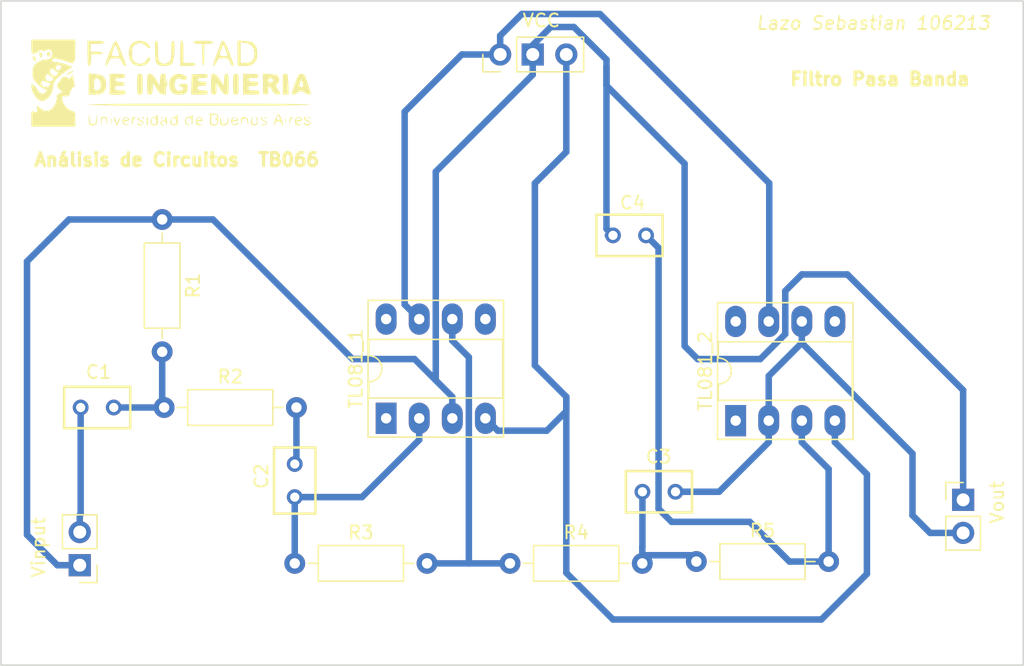
<source format=kicad_pcb>
(kicad_pcb (version 20240108) (generator "pcbnew") (generator_version "8.0")
  (layers (0 "F.Cu" signal) (31 "B.Cu" signal) (34 "B.Paste" user) (35 "F.Paste" user) (36 "B.SilkS" user "B.Silkscreen") (37 "F.SilkS" user "F.Silkscreen") (38 "B.Mask" user) (39 "F.Mask" user) (44 "Edge.Cuts" user))
  (net 0 "")
  (net 1 "Net-(C1-Pad1)")
  (net 2 "Vinput")
  (net 3 "Net-(U1--)")
  (net 4 "Net-(C2-Pad2)")
  (net 5 "Net-(C3-Pad1)")
  (net 6 "Vout")
  (net 7 "0")
  (net 8 "Net-(U2-+)")
  (net 9 "Net-(R3-Pad2)")
  (net 10 "Vcc-")
  (net 11 "Vcc+")
  (footprint "Package_DIP:DIP-8_W7.62mm_Socket_LongPads" (layer "F.Cu") (at 101.92 110.73 90)
    (property "Reference" "TL081_2" (at 3.81 -2.33 90) (layer "F.SilkS"))
    (property "Value" "TL081")
    (pad "1" thru_hole rect (at 0 0 90) (size 2.4 1.6) (drill 0.8) (layers "*.Cu" "*.Mask"))
    (pad "2" thru_hole oval (at 0 2.54 90) (size 2.4 1.6) (drill 0.8) (layers "*.Cu" "*.Mask") (net 6 "Vout"))
    (pad "3" thru_hole oval (at 0 5.08 90) (size 2.4 1.6) (drill 0.8) (layers "*.Cu" "*.Mask") (net 8 "Net-(U2-+)"))
    (pad "4" thru_hole oval (at 0 7.62 90) (size 2.4 1.6) (drill 0.8) (layers "*.Cu" "*.Mask") (net 10 "Vcc-"))
    (pad "5" thru_hole oval (at 7.62 7.62 90) (size 2.4 1.6) (drill 0.8) (layers "*.Cu" "*.Mask"))
    (pad "6" thru_hole oval (at 7.62 5.08 90) (size 2.4 1.6) (drill 0.8) (layers "*.Cu" "*.Mask") (net 6 "Vout"))
    (pad "7" thru_hole oval (at 7.62 2.54 90) (size 2.4 1.6) (drill 0.8) (layers "*.Cu" "*.Mask") (net 11 "Vcc+"))
    (pad "8" thru_hole oval (at 7.62 0 90) (size 2.4 1.6) (drill 0.8) (layers "*.Cu" "*.Mask"))
  )
  (footprint "Resistor_THT:R_Axial_DIN0207_L6.3mm_D2.5mm_P10.16mm_Horizontal" (layer "F.Cu") (at 57.88 95.28 -90)
    (property "Reference" "R1" (at 5.08 -2.37 90) (layer "F.SilkS"))
    (property "Value" "10k")
    (pad "1" thru_hole circle (at 0 0 270) (size 1.6 1.6) (drill 0.8) (layers "*.Cu" "*.Mask") (net 7 "0"))
    (pad "2" thru_hole oval (at 10.16 0 270) (size 1.6 1.6) (drill 0.8) (layers "*.Cu" "*.Mask") (net 1 "Net-(C1-Pad1)"))
  )
  (footprint "Connector_PinHeader_2.54mm:PinHeader_1x02_P2.54mm_Vertical" (layer "F.Cu") (at 119.39 116.81)
    (property "Reference" "Vout" (at 2.61 0.2 90) (layer "F.SilkS"))
    (property "Value" "Salida de Señal")
    (pad "1" thru_hole rect (at 0 0) (size 1.7 1.7) (drill 1) (layers "*.Cu" "*.Mask") (net 7 "0"))
    (pad "2" thru_hole oval (at 0 2.54) (size 1.7 1.7) (drill 1) (layers "*.Cu" "*.Mask") (net 6 "Vout"))
  )
  (footprint "Resistor_THT:R_Axial_DIN0207_L6.3mm_D2.5mm_P10.16mm_Horizontal" (layer "F.Cu") (at 98.9 121.55)
    (property "Reference" "R5" (at 5.08 -2.37 0) (layer "F.SilkS"))
    (property "Value" "100k")
    (pad "1" thru_hole circle (at 0 0) (size 1.6 1.6) (drill 0.8) (layers "*.Cu" "*.Mask") (net 5 "Net-(C3-Pad1)"))
    (pad "2" thru_hole oval (at 10.16 0) (size 1.6 1.6) (drill 0.8) (layers "*.Cu" "*.Mask") (net 8 "Net-(U2-+)"))
  )
  (footprint "Propia:C320C" (layer "F.Cu") (at 86.77 103.5 180)
    (property "Reference" "C4" (at -7.23 9.5 0) (layer "F.SilkS"))
    (property "Value" "2.2n")
    (pad "1" thru_hole circle (at -8.27 7 180) (size 1.21 1.21) (drill 0.71) (layers "*.Cu" "*.Mask") (net 8 "Net-(U2-+)"))
    (pad "2" thru_hole circle (at -5.73 7 180) (size 1.21 1.21) (drill 0.71) (layers "*.Cu" "*.Mask") (net 7 "0"))
  )
  (footprint "Connector_PinHeader_2.54mm:PinHeader_1x03_P2.54mm_Vertical" (layer "F.Cu") (at 83.835 82.61 90)
    (property "Reference" "VCC" (at 2.61 3.165 180) (layer "F.SilkS"))
    (property "Value" "Alimentación +/- 15 V")
    (pad "1" thru_hole rect (at 0 2.5 90) (size 1.7 1.7) (drill 1) (layers "*.Cu" "*.Mask") (net 7 "0"))
    (pad "2" thru_hole oval (at 0 0 90) (size 1.7 1.7) (drill 1) (layers "*.Cu" "*.Mask") (net 11 "Vcc+"))
    (pad "3" thru_hole oval (at 0 5.08 90) (size 1.7 1.7) (drill 1) (layers "*.Cu" "*.Mask") (net 10 "Vcc-"))
  )
  (footprint "Package_DIP:DIP-8_W7.62mm_Socket_LongPads" (layer "F.Cu") (at 75.08 110.55 90)
    (property "Reference" "TL081_1" (at 3.81 -2.33 90) (layer "F.SilkS"))
    (property "Value" "TL081")
    (pad "1" thru_hole rect (at 0 0 90) (size 2.4 1.6) (drill 0.8) (layers "*.Cu" "*.Mask"))
    (pad "2" thru_hole oval (at 0 2.54 90) (size 2.4 1.6) (drill 0.8) (layers "*.Cu" "*.Mask") (net 3 "Net-(U1--)"))
    (pad "3" thru_hole oval (at 0 5.08 90) (size 2.4 1.6) (drill 0.8) (layers "*.Cu" "*.Mask") (net 7 "0"))
    (pad "4" thru_hole oval (at 0 7.62 90) (size 2.4 1.6) (drill 0.8) (layers "*.Cu" "*.Mask") (net 10 "Vcc-"))
    (pad "5" thru_hole oval (at 7.62 7.62 90) (size 2.4 1.6) (drill 0.8) (layers "*.Cu" "*.Mask"))
    (pad "6" thru_hole oval (at 7.62 5.08 90) (size 2.4 1.6) (drill 0.8) (layers "*.Cu" "*.Mask") (net 9 "Net-(R3-Pad2)"))
    (pad "7" thru_hole oval (at 7.62 2.54 90) (size 2.4 1.6) (drill 0.8) (layers "*.Cu" "*.Mask") (net 11 "Vcc+"))
    (pad "8" thru_hole oval (at 7.62 0 90) (size 2.4 1.6) (drill 0.8) (layers "*.Cu" "*.Mask"))
  )
  (footprint "Resistor_THT:R_Axial_DIN0207_L6.3mm_D2.5mm_P10.16mm_Horizontal" (layer "F.Cu") (at 58.03 109.72)
    (property "Reference" "R2" (at 5.08 -2.37 0) (layer "F.SilkS"))
    (property "Value" "10k")
    (pad "1" thru_hole circle (at 0 0) (size 1.6 1.6) (drill 0.8) (layers "*.Cu" "*.Mask") (net 1 "Net-(C1-Pad1)"))
    (pad "2" thru_hole oval (at 10.16 0) (size 1.6 1.6) (drill 0.8) (layers "*.Cu" "*.Mask") (net 4 "Net-(C2-Pad2)"))
  )
  (footprint "Propia:C320C" (layer "F.Cu") (at 45.89 116.72 180)
    (property "Reference" "C1" (at -7.11 9.72 0) (layer "F.SilkS"))
    (property "Value" "1u")
    (pad "1" thru_hole circle (at -8.27 7 180) (size 1.21 1.21) (drill 0.71) (layers "*.Cu" "*.Mask") (net 1 "Net-(C1-Pad1)"))
    (pad "2" thru_hole circle (at -5.73 7 180) (size 1.21 1.21) (drill 0.71) (layers "*.Cu" "*.Mask") (net 2 "Vinput"))
  )
  (footprint "Propia:C320C" (layer "F.Cu") (at 103.03 109.19)
    (property "Reference" "C3" (at -7.03 4.31 0) (layer "F.SilkS"))
    (property "Value" "1u")
    (pad "1" thru_hole circle (at -8.27 7) (size 1.21 1.21) (drill 0.71) (layers "*.Cu" "*.Mask") (net 5 "Net-(C3-Pad1)"))
    (pad "2" thru_hole circle (at -5.73 7) (size 1.21 1.21) (drill 0.71) (layers "*.Cu" "*.Mask") (net 6 "Vout"))
  )
  (footprint "Propia:LogoFiuba" (layer "F.Cu") (at 58.411096 84.429001)
    (property "Reference" "G***" (hide yes))
    (property "Value" "LOGO" (hide yes))
  )
  (footprint "Propia:C320C" (layer "F.Cu") (at 61.06 108.33 90)
    (property "Reference" "C2" (at -6.67 4.44 90) (layer "F.SilkS"))
    (property "Value" "1u")
    (pad "1" thru_hole circle (at -8.27 7 90) (size 1.21 1.21) (drill 0.71) (layers "*.Cu" "*.Mask") (net 3 "Net-(U1--)"))
    (pad "2" thru_hole circle (at -5.73 7 90) (size 1.21 1.21) (drill 0.71) (layers "*.Cu" "*.Mask") (net 4 "Net-(C2-Pad2)"))
  )
  (footprint "Connector_PinHeader_2.54mm:PinHeader_1x02_P2.54mm_Vertical" (layer "F.Cu") (at 51.55 121.83 180)
    (property "Reference" "Vinput" (at 3.17 1.37 90) (layer "F.SilkS"))
    (property "Value" "Entrada de Señal")
    (pad "1" thru_hole rect (at 0 0 180) (size 1.7 1.7) (drill 1) (layers "*.Cu" "*.Mask") (net 7 "0"))
    (pad "2" thru_hole oval (at 0 2.54 180) (size 1.7 1.7) (drill 1) (layers "*.Cu" "*.Mask") (net 2 "Vinput"))
  )
  (footprint "Resistor_THT:R_Axial_DIN0207_L6.3mm_D2.5mm_P10.16mm_Horizontal" (layer "F.Cu") (at 68.06 121.69)
    (property "Reference" "R3" (at 5.08 -2.37 0) (layer "F.SilkS"))
    (property "Value" "10k")
    (pad "1" thru_hole circle (at 0 0) (size 1.6 1.6) (drill 0.8) (layers "*.Cu" "*.Mask") (net 3 "Net-(U1--)"))
    (pad "2" thru_hole oval (at 10.16 0) (size 1.6 1.6) (drill 0.8) (layers "*.Cu" "*.Mask") (net 9 "Net-(R3-Pad2)"))
  )
  (footprint "Resistor_THT:R_Axial_DIN0207_L6.3mm_D2.5mm_P10.16mm_Horizontal" (layer "F.Cu") (at 84.59 121.69)
    (property "Reference" "R4" (at 5.08 -2.37 0) (layer "F.SilkS"))
    (property "Value" "1.25k")
    (pad "1" thru_hole circle (at 0 0) (size 1.6 1.6) (drill 0.8) (layers "*.Cu" "*.Mask") (net 9 "Net-(R3-Pad2)"))
    (pad "2" thru_hole oval (at 10.16 0) (size 1.6 1.6) (drill 0.8) (layers "*.Cu" "*.Mask") (net 5 "Net-(C3-Pad1)"))
  )
  (gr_rect (start 45.5 78.5) (end 124 129.5) (stroke (width 0.1)) (fill none) (layer "Edge.Cuts"))
  (gr_text "Filtro Pasa Banda\n" (at 113 84.5 0) (layer "F.SilkS") (effects (font (size 1 1) (thickness 0.25))))
  (gr_text "Lazo Sebastian 106213\n\n" (at 112.5 81 0) (layer "F.SilkS") (effects (font (size 1 1) (thickness 0.15) (italic yes))))
  (gr_text "Análisis de Circuitos  TB066\n " (at 59 91.5 0) (layer "F.SilkS") (effects (font (size 1 1) (thickness 0.25))))
  (segment (start 57.88 109.72) (end 57.88 106.6917) (width 0.5) (layer "B.Cu") (net 1))
  (segment (start 57.88 109.72) (end 58.03 109.72) (width 0.5) (layer "B.Cu") (net 1))
  (segment (start 54.16 109.72) (end 57.88 109.72) (width 0.5) (layer "B.Cu") (net 1))
  (segment (start 57.88 105.44) (end 57.88 106.6917) (width 0.5) (layer "B.Cu") (net 1))
  (segment (start 51.55 117.9883) (end 51.62 117.9183) (width 0.5) (layer "B.Cu") (net 2))
  (segment (start 51.62 117.9183) (end 51.62 109.72) (width 0.5) (layer "B.Cu") (net 2))
  (segment (start 51.55 119.29) (end 51.55 117.9883) (width 0.5) (layer "B.Cu") (net 2))
  (segment (start 68.06 116.6) (end 73.2217 116.6) (width 0.5) (layer "B.Cu") (net 3))
  (segment (start 77.62 110.55) (end 77.62 112.2017) (width 0.5) (layer "B.Cu") (net 3))
  (segment (start 73.2217 116.6) (end 77.62 112.2017) (width 0.5) (layer "B.Cu") (net 3))
  (segment (start 68.06 116.6) (end 68.06 121.69) (width 0.5) (layer "B.Cu") (net 3))
  (segment (start 68.19 113.93) (end 68.19 109.72) (width 0.5) (layer "B.Cu") (net 4))
  (segment (start 68.06 114.06) (end 68.19 113.93) (width 0.5) (layer "B.Cu") (net 4))
  (segment (start 94.75 121.0641) (end 94.75 120.4383) (width 0.5) (layer "B.Cu") (net 5))
  (segment (start 94.76 120.4283) (end 94.75 120.4383) (width 0.5) (layer "B.Cu") (net 5))
  (segment (start 94.75 121.69) (end 94.75 121.0641) (width 0.5) (layer "B.Cu") (net 5))
  (segment (start 94.76 116.19) (end 94.76 120.4283) (width 0.5) (layer "B.Cu") (net 5))
  (segment (start 98.4141 121.0641) (end 98.9 121.55) (width 0.5) (layer "B.Cu") (net 5))
  (segment (start 94.75 121.0641) (end 98.4141 121.0641) (width 0.5) (layer "B.Cu") (net 5))
  (segment (start 107 103.11) (end 107 104.5858) (width 0.5) (layer "B.Cu") (net 6))
  (segment (start 116.85 119.35) (end 115.5 118) (width 0.5) (layer "B.Cu") (net 6))
  (segment (start 107 104.5858) (end 107 104.76) (width 0.5) (layer "B.Cu") (net 6))
  (segment (start 115.5 113.2617) (end 107 104.7617) (width 0.5) (layer "B.Cu") (net 6))
  (segment (start 119.39 119.35) (end 116.85 119.35) (width 0.5) (layer "B.Cu") (net 6))
  (segment (start 104.46 111.1636) (end 104.46 112.3817) (width 0.5) (layer "B.Cu") (net 6))
  (segment (start 104.46 107.3017) (end 107 104.7617) (width 0.5) (layer "B.Cu") (net 6))
  (segment (start 104.46 111.1636) (end 104.46 110.73) (width 0.5) (layer "B.Cu") (net 6))
  (segment (start 97.3 116.19) (end 100.6517 116.19) (width 0.5) (layer "B.Cu") (net 6))
  (segment (start 107 104.76) (end 107 104.7617) (width 0.5) (layer "B.Cu") (net 6))
  (segment (start 100.6517 116.19) (end 104.46 112.3817) (width 0.5) (layer "B.Cu") (net 6))
  (segment (start 104.46 110.73) (end 104.46 107.3017) (width 0.5) (layer "B.Cu") (net 6))
  (segment (start 115.5 118) (end 115.5 113.2617) (width 0.5) (layer "B.Cu") (net 6))
  (segment (start 47.5 119.5) (end 49.83 121.83) (width 0.5) (layer "B.Cu") (net 7))
  (segment (start 103.8082 106) (end 99 106) (width 0.5) (layer "B.Cu") (net 7))
  (segment (start 86.335 82.61) (end 86.335 81.8875) (width 0.5) (layer "B.Cu") (net 7))
  (segment (start 80.16 108.8983) (end 78.89 107.6283) (width 0.5) (layer "B.Cu") (net 7))
  (segment (start 78.89 104.6071) (end 78.89 91.61) (width 0.5) (layer "B.Cu") (net 7))
  (segment (start 92 96) (end 92.5 96.5) (width 0.5) (layer "B.Cu") (net 7))
  (segment (start 61.78 95.28) (end 72.5 106) (width 0.5) (layer "B.Cu") (net 7))
  (segment (start 99 106) (end 98 105) (width 0.5) (layer "B.Cu") (net 7))
  (segment (start 77.2617 106) (end 78.89 107.6283) (width 0.5) (layer "B.Cu") (net 7))
  (segment (start 119.39 116.81) (end 119.39 108.39) (width 0.5) (layer "B.Cu") (net 7))
  (segment (start 86.335 84.165) (end 86.335 82.61) (width 0.5) (layer "B.Cu") (net 7))
  (segment (start 87.7225 80.5) (end 89.5 80.5) (width 0.5) (layer "B.Cu") (net 7))
  (segment (start 78.89 107.6283) (end 78.89 104.6071) (width 0.5) (layer "B.Cu") (net 7))
  (segment (start 107 99.5) (end 105.73 100.77) (width 0.5) (layer "B.Cu") (net 7))
  (segment (start 49.83 121.83) (end 51.55 121.83) (width 0.5) (layer "B.Cu") (net 7))
  (segment (start 89.5 80.5) (end 92 83) (width 0.5) (layer "B.Cu") (net 7))
  (segment (start 47.5 98.5) (end 47.5 119.5) (width 0.5) (layer "B.Cu") (net 7))
  (segment (start 105.73 100.77) (end 105.73 104.0782) (width 0.5) (layer "B.Cu") (net 7))
  (segment (start 92 85) (end 92 83.5) (width 0.5) (layer "B.Cu") (net 7))
  (segment (start 57.88 95.28) (end 61.78 95.28) (width 0.5) (layer "B.Cu") (net 7))
  (segment (start 98 91) (end 92 85) (width 0.5) (layer "B.Cu") (net 7))
  (segment (start 105.73 104.0782) (end 103.8082 106) (width 0.5) (layer "B.Cu") (net 7))
  (segment (start 86.335 81.8875) (end 87.7225 80.5) (width 0.5) (layer "B.Cu") (net 7))
  (segment (start 78.89 91.61) (end 86.335 84.165) (width 0.5) (layer "B.Cu") (net 7))
  (segment (start 119.39 108.39) (end 110.5 99.5) (width 0.5) (layer "B.Cu") (net 7))
  (segment (start 110.5 99.5) (end 107 99.5) (width 0.5) (layer "B.Cu") (net 7))
  (segment (start 92 83) (end 92 96) (width 0.5) (layer "B.Cu") (net 7))
  (segment (start 72.5 106) (end 77.2617 106) (width 0.5) (layer "B.Cu") (net 7))
  (segment (start 92.5 96.5) (end 92.1 96.5) (width 0.5) (layer "B.Cu") (net 7))
  (segment (start 80.16 110.55) (end 80.16 108.8983) (width 0.5) (layer "B.Cu") (net 7))
  (segment (start 50.72 95.28) (end 47.5 98.5) (width 0.5) (layer "B.Cu") (net 7))
  (segment (start 98 105) (end 98 91) (width 0.5) (layer "B.Cu") (net 7))
  (segment (start 57.88 95.28) (end 50.72 95.28) (width 0.5) (layer "B.Cu") (net 7))
  (segment (start 107 111.7726) (end 107 112.3817) (width 0.5) (layer "B.Cu") (net 8))
  (segment (start 109.06 114.4417) (end 107 112.3817) (width 0.5) (layer "B.Cu") (net 8))
  (segment (start 106.05 121.55) (end 109.06 121.55) (width 0.5) (layer "B.Cu") (net 8))
  (segment (start 107 110.73) (end 107 111.7726) (width 0.5) (layer "B.Cu") (net 8))
  (segment (start 96 117.5) (end 97 118.5) (width 0.5) (layer "B.Cu") (net 8))
  (segment (start 109.06 121.55) (end 109.06 114.4417) (width 0.5) (layer "B.Cu") (net 8))
  (segment (start 96 97.46) (end 96 117.5) (width 0.5) (layer "B.Cu") (net 8))
  (segment (start 97 118.5) (end 103 118.5) (width 0.5) (layer "B.Cu") (net 8))
  (segment (start 95.04 96.5) (end 96 97.46) (width 0.5) (layer "B.Cu") (net 8))
  (segment (start 103 118.5) (end 106.05 121.55) (width 0.5) (layer "B.Cu") (net 8))
  (segment (start 81.43 105.8517) (end 81.43 121.69) (width 0.5) (layer "B.Cu") (net 9))
  (segment (start 80.16 102.93) (end 80.16 104.5817) (width 0.5) (layer "B.Cu") (net 9))
  (segment (start 84.59 121.69) (end 81.43 121.69) (width 0.5) (layer "B.Cu") (net 9))
  (segment (start 81.43 121.69) (end 78.22 121.69) (width 0.5) (layer "B.Cu") (net 9))
  (segment (start 80.16 104.5817) (end 81.43 105.8517) (width 0.5) (layer "B.Cu") (net 9))
  (segment (start 87.415 111.5) (end 83.65 111.5) (width 0.5) (layer "B.Cu") (net 10))
  (segment (start 83.65 111.5) (end 82.7 110.55) (width 0.5) (layer "B.Cu") (net 10))
  (segment (start 92.5 126) (end 88.915 122.415) (width 0.5) (layer "B.Cu") (net 10))
  (segment (start 88.915 108.8983) (end 86.5 106.4833) (width 0.5) (layer "B.Cu") (net 10))
  (segment (start 86.5 106.4833) (end 86.5 92.5) (width 0.5) (layer "B.Cu") (net 10))
  (segment (start 88.915 122.415) (end 88.915 108.8983) (width 0.5) (layer "B.Cu") (net 10))
  (segment (start 108.5 126) (end 92.5 126) (width 0.5) (layer "B.Cu") (net 10))
  (segment (start 109.54 112.3817) (end 112 114.8417) (width 0.5) (layer "B.Cu") (net 10))
  (segment (start 86.5 92.5) (end 88.915 90.085) (width 0.5) (layer "B.Cu") (net 10))
  (segment (start 112 114.8417) (end 112 122.5) (width 0.5) (layer "B.Cu") (net 10))
  (segment (start 88.915 90.085) (end 88.915 82.61) (width 0.5) (layer "B.Cu") (net 10))
  (segment (start 109.54 110.73) (end 109.54 112.3817) (width 0.5) (layer "B.Cu") (net 10))
  (segment (start 88.915 110) (end 87.415 111.5) (width 0.5) (layer "B.Cu") (net 10))
  (segment (start 112 122.5) (end 108.5 126) (width 0.5) (layer "B.Cu") (net 10))
  (segment (start 88.915 108.8983) (end 88.915 110) (width 0.5) (layer "B.Cu") (net 10))
  (segment (start 104.5 92.5) (end 104.5 103.07) (width 0.5) (layer "B.Cu") (net 11))
  (segment (start 76.5 87) (end 76.5 101.81) (width 0.5) (layer "B.Cu") (net 11))
  (segment (start 80.89 82.61) (end 76.5 87) (width 0.5) (layer "B.Cu") (net 11))
  (segment (start 83.835 82.61) (end 83.835 81.165) (width 0.5) (layer "B.Cu") (net 11))
  (segment (start 104.5 103.07) (end 104.46 103.11) (width 0.5) (layer "B.Cu") (net 11))
  (segment (start 76.5 101.81) (end 77.62 102.93) (width 0.5) (layer "B.Cu") (net 11))
  (segment (start 83.835 81.165) (end 85.5 79.5) (width 0.5) (layer "B.Cu") (net 11))
  (segment (start 91.5 79.5) (end 104.5 92.5) (width 0.5) (layer "B.Cu") (net 11))
  (segment (start 85.5 79.5) (end 91.5 79.5) (width 0.5) (layer "B.Cu") (net 11))
  (segment (start 83.835 82.61) (end 80.89 82.61) (width 0.5) (layer "B.Cu") (net 11))
)
</source>
